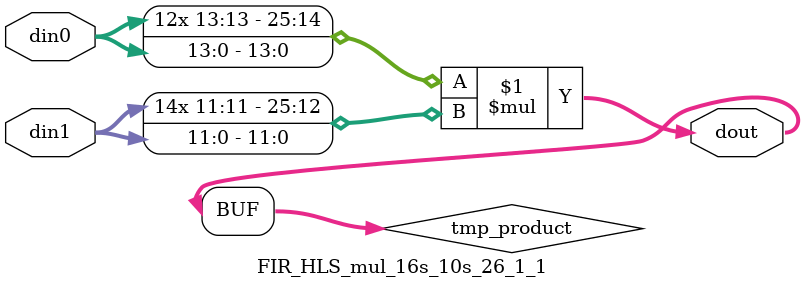
<source format=v>

`timescale 1 ns / 1 ps

 module FIR_HLS_mul_16s_10s_26_1_1(din0, din1, dout);
parameter ID = 1;
parameter NUM_STAGE = 0;
parameter din0_WIDTH = 14;
parameter din1_WIDTH = 12;
parameter dout_WIDTH = 26;

input [din0_WIDTH - 1 : 0] din0; 
input [din1_WIDTH - 1 : 0] din1; 
output [dout_WIDTH - 1 : 0] dout;

wire signed [dout_WIDTH - 1 : 0] tmp_product;



























assign tmp_product = $signed(din0) * $signed(din1);








assign dout = tmp_product;





















endmodule

</source>
